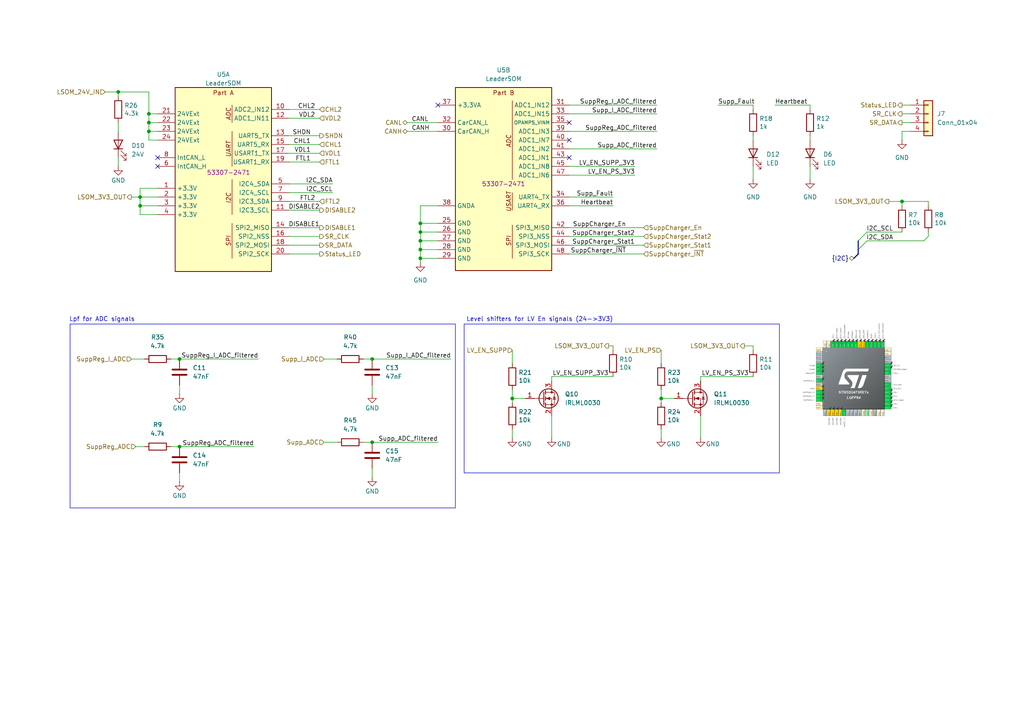
<source format=kicad_sch>
(kicad_sch (version 20250114) (generator "eeschema") (generator_version "9.0")
  (paper "A4")
  (lib_symbols
    (symbol "Connector_Generic:Conn_01x04" (pin_names (offset 1.016) (hide yes))
      (property "Reference" "J" (at 0 5.08 0))
      (property "Value" "Conn_01x04" (at 0 -7.62 0))
      (symbol "Conn_01x04_1_1"
        (rectangle (start -1.27 3.81) (end 1.27 -6.35) (stroke (width 0.254)) (fill (type background)))
        (rectangle (start -1.27 2.667) (end 0 2.413) (stroke (width 0.1524)))
        (rectangle (start -1.27 0.127) (end 0 -0.127) (stroke (width 0.1524)))
        (rectangle (start -1.27 -2.413) (end 0 -2.667) (stroke (width 0.1524)))
        (rectangle (start -1.27 -4.953) (end 0 -5.207) (stroke (width 0.1524)))
        (pin passive line (at -5.08 2.54 0) (length 3.81) (name "Pin_1") (number "1"))
        (pin passive line (at -5.08 0 0) (length 3.81) (name "Pin_2") (number "2"))
        (pin passive line (at -5.08 -2.54 0) (length 3.81) (name "Pin_3") (number "3"))
        (pin passive line (at -5.08 -5.08 0) (length 3.81) (name "Pin_4") (number "4"))
      )
    )
    (symbol "Device:C" (pin_numbers (hide yes)) (pin_names (offset 0.254))
      (property "Reference" "C" (at 0.635 2.54 0))
      (property "Value" "C" (at 0.635 -2.54 0))
      (symbol "C_0_1"
        (polyline (pts (xy -2.032 0.762) (xy 2.032 0.762)) (stroke (width 0.508)))
        (polyline (pts (xy -2.032 -0.762) (xy 2.032 -0.762)) (stroke (width 0.508)))
      )
      (symbol "C_1_1"
        (pin passive line (at 0 3.81 270) (length 2.794) (name "~") (number "1"))
        (pin passive line (at 0 -3.81 90) (length 2.794) (name "~") (number "2"))
      )
    )
    (symbol "Device:LED" (pin_numbers (hide yes)) (pin_names (offset 1.016) (hide yes))
      (property "Reference" "D" (at 0 2.54 0))
      (property "Value" "LED" (at 0 -2.54 0))
      (symbol "LED_0_1"
        (polyline (pts (xy -3.048 -0.762) (xy -4.572 -2.286) (xy -3.81 -2.286) (xy -4.572 -2.286) (xy -4.572 -1.524)))
        (polyline (pts (xy -1.778 -0.762) (xy -3.302 -2.286) (xy -2.54 -2.286) (xy -3.302 -2.286) (xy -3.302 -1.524)))
        (polyline (pts (xy -1.27 0) (xy 1.27 0)))
        (polyline (pts (xy -1.27 -1.27) (xy -1.27 1.27)) (stroke (width 0.254)))
        (polyline (pts (xy 1.27 -1.27) (xy 1.27 1.27) (xy -1.27 0) (xy 1.27 -1.27)) (stroke (width 0.254)))
      )
      (symbol "LED_1_1"
        (pin passive line (at -3.81 0 0) (length 2.54) (name "K") (number "1"))
        (pin passive line (at 3.81 0 180) (length 2.54) (name "A") (number "2"))
      )
    )
    (symbol "Device:R" (pin_numbers (hide yes)) (pin_names (offset 0))
      (property "Reference" "R" (at 2.032 0 90))
      (property "Value" "R" (at 0 0 90))
      (symbol "R_0_1"
        (rectangle (start -1.016 -2.54) (end 1.016 2.54) (stroke (width 0.254)))
      )
      (symbol "R_1_1"
        (pin passive line (at 0 3.81 270) (length 1.27) (name "~") (number "1"))
        (pin passive line (at 0 -3.81 90) (length 1.27) (name "~") (number "2"))
      )
    )
    (symbol "Transistor_FET:IRLML0030" (pin_names (offset 0) (hide yes))
      (property "Reference" "Q" (at 5.08 1.905 0))
      (property "Value" "IRLML0030" (at 5.08 0 0))
      (symbol "IRLML0030_0_1"
        (polyline (pts (xy 0.254 1.905) (xy 0.254 -1.905)) (stroke (width 0.254)))
        (polyline (pts (xy 0.254 0) (xy -2.54 0)))
        (polyline (pts (xy 0.762 2.286) (xy 0.762 1.27)) (stroke (width 0.254)))
        (polyline (pts (xy 0.762 0.508) (xy 0.762 -0.508)) (stroke (width 0.254)))
        (polyline (pts (xy 0.762 -1.27) (xy 0.762 -2.286)) (stroke (width 0.254)))
        (polyline (pts (xy 0.762 -1.778) (xy 3.302 -1.778) (xy 3.302 1.778) (xy 0.762 1.778)))
        (polyline (pts (xy 1.016 0) (xy 2.032 0.381) (xy 2.032 -0.381) (xy 1.016 0)) (fill (type outline)))
        (circle (center 1.651 0) (radius 2.794) (stroke (width 0.254)))
        (polyline (pts (xy 2.54 2.54) (xy 2.54 1.778)))
        (circle (center 2.54 1.778) (radius 0.254) (fill (type outline)))
        (circle (center 2.54 -1.778) (radius 0.254) (fill (type outline)))
        (polyline (pts (xy 2.54 -2.54) (xy 2.54 0) (xy 0.762 0)))
        (polyline (pts (xy 2.921 0.381) (xy 3.683 0.381)))
        (polyline (pts (xy 3.302 0.381) (xy 2.921 -0.254) (xy 3.683 -0.254) (xy 3.302 0.381)))
      )
      (symbol "IRLML0030_1_1"
        (pin input line (at -5.08 0 0) (length 2.54) (name "G") (number "1"))
        (pin passive line (at 2.54 5.08 270) (length 2.54) (name "D") (number "3"))
        (pin passive line (at 2.54 -5.08 90) (length 2.54) (name "S") (number "2"))
      )
    )
    (symbol "power:GND" (power) (pin_numbers (hide yes)) (pin_names (offset 0) (hide yes))
      (property "Value" "GND" (at 0 -3.81 0))
      (symbol "GND_0_1"
        (polyline (pts (xy 0 0) (xy 0 -1.27) (xy 1.27 -1.27) (xy 0 -2.54) (xy -1.27 -1.27) (xy 0 -1.27)))
      )
      (symbol "GND_1_1"
        (pin power_in line (at 0 0 270) (length 0) (name "~") (number "1"))
      )
    )
    (symbol "utsvt_connectors:LeaderSOMConnector"
      (property "Reference" "U" (at 0 30.734 0))
      (property "Value" "LeaderSOM" (at -0.254 28.448 0))
      (symbol "LeaderSOMConnector_1_1"
        (rectangle (start -13.97 26.67) (end 13.97 -26.67) (stroke (width 0.254)) (fill (type background)))
        (polyline (pts (xy 2.54 16.51) (xy 2.54 21.59)))
        (polyline (pts (xy 2.54 3.81) (xy 2.54 13.97)))
        (polyline (pts (xy 2.54 -10.16) (xy 2.54 0)))
        (polyline (pts (xy 2.54 -22.86) (xy 2.54 -12.7)))
        (text "Part A" (at 0 25.146 0) (effects (font (size 1.27 1.27))))
        (text "ADC" (at 1.524 19.05 900) (effects (font (size 1.27 1.27) (italic yes))))
        (text "UART" (at 1.524 8.89 900) (effects (font (size 1.27 1.27) (italic yes))))
        (text "I2C" (at 1.524 -5.334 900) (effects (font (size 1.27 1.27) (italic yes))))
        (text "SPI" (at 1.524 -17.78 900) (effects (font (size 1.27 1.27) (italic yes))))
        (pin input line (at -19.05 19.05 0) (length 5.08) (name "24VExt") (number "21"))
        (pin input line (at -19.05 16.51 0) (length 5.08) (name "24VExt") (number "22"))
        (pin input line (at -19.05 13.97 0) (length 5.08) (name "24VExt") (number "23"))
        (pin input line (at -19.05 11.43 0) (length 5.08) (name "24VExt") (number "24"))
        (pin input line (at -19.05 6.35 0) (length 5.08) (name "IntCAN_L") (number "8"))
        (pin input line (at -19.05 3.81 0) (length 5.08) (name "IntCAN_H") (number "6"))
        (pin output line (at -19.05 -2.54 0) (length 5.08) (name "+3.3V") (number "1"))
        (pin output line (at -19.05 -5.08 0) (length 5.08) (name "+3.3V") (number "2"))
        (pin output line (at -19.05 -7.62 0) (length 5.08) (name "+3.3V") (number "3"))
        (pin output line (at -19.05 -10.16 0) (length 5.08) (name "+3.3V") (number "4"))
        (pin no_connect line (at -19.05 -15.24 0) (length 5.08) (hide yes) (name "MNT") (number "49"))
        (pin no_connect line (at -19.05 -17.78 0) (length 5.08) (hide yes) (name "MNT") (number "50"))
        (pin no_connect line (at -19.05 -20.32 0) (length 5.08) (hide yes) (name "MNT") (number "51"))
        (pin no_connect line (at -19.05 -22.606 0) (length 5.08) (hide yes) (name "MNT") (number "52"))
        (pin input line (at 19.05 20.32 180) (length 5.08) (name "ADC2_IN12") (number "10"))
        (pin input line (at 19.05 17.78 180) (length 5.08) (name "ADC1_IN11") (number "12"))
        (pin bidirectional line (at 19.05 12.7 180) (length 5.08) (name "UART5_TX") (number "13"))
        (pin bidirectional line (at 19.05 10.16 180) (length 5.08) (name "UART5_RX") (number "15"))
        (pin bidirectional line (at 19.05 7.62 180) (length 5.08) (name "USART1_TX") (number "17"))
        (pin bidirectional line (at 19.05 5.08 180) (length 5.08) (name "USART1_RX") (number "19"))
        (pin bidirectional line (at 19.05 -1.27 180) (length 5.08) (name "I2C4_SDA") (number "5"))
        (pin input line (at 19.05 -3.81 180) (length 5.08) (name "I2C4_SCL") (number "7"))
        (pin bidirectional line (at 19.05 -6.35 180) (length 5.08) (name "I2C3_SDA") (number "9"))
        (pin input line (at 19.05 -8.89 180) (length 5.08) (name "I2C3_SCL") (number "11"))
        (pin input line (at 19.05 -13.97 180) (length 5.08) (name "SPI2_MISO") (number "14"))
        (pin output line (at 19.05 -16.51 180) (length 5.08) (name "SPI2_NSS") (number "16"))
        (pin output line (at 19.05 -19.05 180) (length 5.08) (name "SPI2_MOSI") (number "18"))
        (pin output line (at 19.05 -21.59 180) (length 5.08) (name "SPI2_SCK") (number "20"))
      )
      (symbol "LeaderSOMConnector_2_1"
        (rectangle (start -13.97 26.67) (end 13.97 -26.416) (stroke (width 0.254)) (fill (type background)))
        (polyline (pts (xy 2.54 0) (xy 2.54 22.86)))
        (polyline (pts (xy 2.54 -8.89) (xy 2.54 -3.81)))
        (polyline (pts (xy 2.54 -22.86) (xy 2.54 -13.208)))
        (text "Part B" (at 0 25.146 0) (effects (font (size 1.27 1.27))))
        (text "ADC" (at 1.524 11.176 900) (effects (font (size 1.27 1.27) (italic yes))))
        (text "USART" (at 1.524 -6.35 900) (effects (font (size 1.27 1.27) (italic yes))))
        (text "SPI" (at 1.524 -17.78 900) (effects (font (size 1.27 1.27) (italic yes))))
        (pin output line (at -19.05 21.59 0) (length 5.08) (name "+3.3VA") (number "37"))
        (pin input line (at -19.05 16.51 0) (length 5.08) (name "CarCAN_L") (number "32"))
        (pin input line (at -19.05 13.97 0) (length 5.08) (name "CarCAN_H") (number "30"))
        (pin input line (at -19.05 -7.62 0) (length 5.08) (name "GNDA") (number "38"))
        (pin input line (at -19.05 -12.7 0) (length 5.08) (name "GND") (number "25"))
        (pin input line (at -19.05 -15.24 0) (length 5.08) (name "GND") (number "26"))
        (pin input line (at -19.05 -17.78 0) (length 5.08) (name "GND") (number "27"))
        (pin input line (at -19.05 -20.32 0) (length 5.08) (name "GND") (number "28"))
        (pin input line (at -19.05 -22.86 0) (length 5.08) (name "GND") (number "29"))
        (pin input line (at 19.05 21.59 180) (length 5.08) (name "ADC1_IN12") (number "31"))
        (pin output line (at 19.05 19.05 180) (length 5.08) (name "ADC1_IN15") (number "33"))
        (pin output line (at 19.05 16.51 180) (length 5.08) (name "OPAMP5_VINM") (number "35"))
        (pin output line (at 19.05 13.97 180) (length 5.08) (name "ADC1_IN3") (number "39"))
        (pin input line (at 19.05 11.43 180) (length 5.08) (name "ADC1_IN7") (number "40"))
        (pin input line (at 19.05 8.89 180) (length 5.08) (name "ADC1_IN2") (number "41"))
        (pin input line (at 19.05 6.35 180) (length 5.08) (name "ADC1_IN1") (number "43"))
        (pin output line (at 19.05 3.81 180) (length 5.08) (name "ADC1_IN8") (number "45"))
        (pin output line (at 19.05 1.27 180) (length 5.08) (name "ADC1_IN6") (number "47"))
        (pin output line (at 19.05 -5.08 180) (length 5.08) (name "UART4_TX") (number "34"))
        (pin output line (at 19.05 -7.62 180) (length 5.08) (name "UART4_RX") (number "36"))
        (pin output line (at 19.05 -13.97 180) (length 5.08) (name "SPI3_MISO") (number "42"))
        (pin input line (at 19.05 -16.51 180) (length 5.08) (name "SPI3_NSS") (number "44"))
        (pin output line (at 19.05 -19.05 180) (length 5.08) (name "SPI3_MOSI") (number "46"))
        (pin output line (at 19.05 -21.59 180) (length 5.08) (name "SPI3_SCK") (number "48"))
      )
    )
  )
  (rectangle (start 134.62 93.98) (end 226.06 137.16))
  (rectangle (start 20.32 93.98) (end 132.08 147.32))
  (text "Lpf for ADC signals" (at 20.066 92.71 0) (effects (font (size 1.27 1.27)) (justify left)))
  (text "Level shifters for LV En signals (24->3V3)" (at 135.255 92.71 0) (effects (font (size 1.27 1.27)) (justify left)))
  (junction (at 191.77 115.57))
  (junction (at 148.59 115.57))
  (junction (at 121.92 72.39))
  (junction (at 121.92 74.93))
  (junction (at 34.29 26.67))
  (junction (at 121.92 64.77))
  (junction (at 107.95 128.27))
  (junction (at 52.07 129.54))
  (junction (at 43.18 38.1))
  (junction (at 40.64 57.15))
  (junction (at 261.62 58.42))
  (junction (at 121.92 69.85))
  (junction (at 52.07 104.14))
  (junction (at 121.92 67.31))
  (junction (at 107.95 104.14))
  (junction (at 43.18 33.02))
  (junction (at 43.18 35.56))
  (junction (at 40.64 59.69))
  (no_connect (at 45.72 48.26))
  (no_connect (at 45.72 45.72))
  (no_connect (at 165.1 35.56))
  (no_connect (at 127 30.48))
  (no_connect (at 165.1 45.72))
  (no_connect (at 165.1 40.64))
  (bus_entry (at 251.46 69.85) (size -2.54 2.54))
  (bus_entry (at 251.46 67.31) (size -2.54 2.54))
  (wire (pts (xy 121.92 59.69) (xy 121.92 64.77)))
  (wire (pts (xy 107.95 135.89) (xy 107.95 138.43)))
  (wire (pts (xy 165.1 38.1) (xy 190.5 38.1)))
  (wire (pts (xy 261.62 30.48) (xy 264.16 30.48)))
  (wire (pts (xy 40.64 62.23) (xy 45.72 62.23)))
  (wire (pts (xy 92.71 71.12) (xy 83.82 71.12)))
  (wire (pts (xy 83.82 39.37) (xy 92.71 39.37)))
  (wire (pts (xy 39.37 129.54) (xy 41.91 129.54)))
  (wire (pts (xy 40.64 54.61) (xy 45.72 54.61)))
  (wire (pts (xy 165.1 57.15) (xy 177.8 57.15)))
  (wire (pts (xy 165.1 50.8) (xy 184.15 50.8)))
  (wire (pts (xy 269.24 68.58) (xy 267.97 69.85)))
  (wire (pts (xy 83.82 55.88) (xy 96.52 55.88)))
  (wire (pts (xy 160.02 109.22) (xy 160.02 110.49)))
  (wire (pts (xy 218.44 39.37) (xy 218.44 40.64)))
  (wire (pts (xy 49.53 104.14) (xy 52.07 104.14)))
  (wire (pts (xy 34.29 45.72) (xy 34.29 48.26)))
  (wire (pts (xy 43.18 33.02) (xy 45.72 33.02)))
  (wire (pts (xy 105.41 104.14) (xy 107.95 104.14)))
  (wire (pts (xy 38.1 57.15) (xy 40.64 57.15)))
  (wire (pts (xy 234.95 48.26) (xy 234.95 52.07)))
  (wire (pts (xy 52.07 129.54) (xy 73.66 129.54)))
  (wire (pts (xy 43.18 33.02) (xy 43.18 35.56)))
  (wire (pts (xy 43.18 40.64) (xy 45.72 40.64)))
  (wire (pts (xy 165.1 59.69) (xy 177.8 59.69)))
  (wire (pts (xy 261.62 35.56) (xy 264.16 35.56)))
  (wire (pts (xy 191.77 113.03) (xy 191.77 115.57)))
  (wire (pts (xy 52.07 137.16) (xy 52.07 139.7)))
  (wire (pts (xy 43.18 35.56) (xy 45.72 35.56)))
  (wire (pts (xy 165.1 66.04) (xy 186.69 66.04)))
  (wire (pts (xy 83.82 31.75) (xy 92.71 31.75)))
  (wire (pts (xy 261.62 58.42) (xy 269.24 58.42)))
  (wire (pts (xy 43.18 38.1) (xy 45.72 38.1)))
  (wire (pts (xy 83.82 41.91) (xy 92.71 41.91)))
  (wire (pts (xy 269.24 67.31) (xy 269.24 68.58)))
  (wire (pts (xy 52.07 104.14) (xy 74.93 104.14)))
  (wire (pts (xy 40.64 57.15) (xy 45.72 57.15)))
  (wire (pts (xy 218.44 30.48) (xy 218.44 31.75)))
  (wire (pts (xy 92.71 68.58) (xy 83.82 68.58)))
  (wire (pts (xy 43.18 35.56) (xy 43.18 38.1)))
  (wire (pts (xy 43.18 38.1) (xy 43.18 40.64)))
  (wire (pts (xy 107.95 111.76) (xy 107.95 114.3)))
  (wire (pts (xy 234.95 30.48) (xy 234.95 31.75)))
  (wire (pts (xy 121.92 69.85) (xy 127 69.85)))
  (wire (pts (xy 191.77 115.57) (xy 191.77 116.84)))
  (wire (pts (xy 148.59 113.03) (xy 148.59 115.57)))
  (wire (pts (xy 215.9 100.33) (xy 218.44 100.33)))
  (wire (pts (xy 49.53 129.54) (xy 52.07 129.54)))
  (wire (pts (xy 127 64.77) (xy 121.92 64.77)))
  (wire (pts (xy 83.82 46.99) (xy 92.71 46.99)))
  (wire (pts (xy 165.1 48.26) (xy 184.15 48.26)))
  (wire (pts (xy 234.95 30.48) (xy 224.79 30.48)))
  (wire (pts (xy 40.64 57.15) (xy 40.64 59.69)))
  (wire (pts (xy 234.95 39.37) (xy 234.95 40.64)))
  (wire (pts (xy 40.64 59.69) (xy 40.64 62.23)))
  (wire (pts (xy 107.95 104.14) (xy 130.81 104.14)))
  (wire (pts (xy 191.77 101.6) (xy 191.77 105.41)))
  (wire (pts (xy 203.2 109.22) (xy 218.44 109.22)))
  (wire (pts (xy 191.77 124.46) (xy 191.77 127)))
  (wire (pts (xy 261.62 58.42) (xy 261.62 59.69)))
  (wire (pts (xy 83.82 53.34) (xy 96.52 53.34)))
  (wire (pts (xy 191.77 115.57) (xy 195.58 115.57)))
  (wire (pts (xy 93.98 104.14) (xy 97.79 104.14)))
  (wire (pts (xy 38.1 104.14) (xy 41.91 104.14)))
  (wire (pts (xy 34.29 26.67) (xy 43.18 26.67)))
  (wire (pts (xy 83.82 44.45) (xy 92.71 44.45)))
  (wire (pts (xy 43.18 26.67) (xy 43.18 33.02)))
  (wire (pts (xy 148.59 115.57) (xy 148.59 116.84)))
  (wire (pts (xy 121.92 72.39) (xy 127 72.39)))
  (wire (pts (xy 92.71 73.66) (xy 83.82 73.66)))
  (wire (pts (xy 160.02 109.22) (xy 177.8 109.22)))
  (wire (pts (xy 251.46 67.31) (xy 261.62 67.31)))
  (wire (pts (xy 121.92 74.93) (xy 121.92 76.2)))
  (wire (pts (xy 30.48 26.67) (xy 34.29 26.67)))
  (wire (pts (xy 107.95 128.27) (xy 127 128.27)))
  (wire (pts (xy 118.11 38.1) (xy 127 38.1)))
  (wire (pts (xy 165.1 30.48) (xy 190.5 30.48)))
  (wire (pts (xy 105.41 128.27) (xy 107.95 128.27)))
  (wire (pts (xy 83.82 34.29) (xy 92.71 34.29)))
  (wire (pts (xy 177.8 100.33) (xy 177.8 101.6)))
  (wire (pts (xy 203.2 109.22) (xy 203.2 110.49)))
  (wire (pts (xy 121.92 72.39) (xy 121.92 74.93)))
  (wire (pts (xy 121.92 67.31) (xy 127 67.31)))
  (wire (pts (xy 83.82 58.42) (xy 92.71 58.42)))
  (wire (pts (xy 121.92 67.31) (xy 121.92 69.85)))
  (wire (pts (xy 93.98 128.27) (xy 97.79 128.27)))
  (wire (pts (xy 218.44 100.33) (xy 218.44 101.6)))
  (wire (pts (xy 261.62 38.1) (xy 264.16 38.1)))
  (bus (pts (xy 247.65 74.93) (xy 248.92 73.66)))
  (wire (pts (xy 176.53 100.33) (xy 177.8 100.33)))
  (wire (pts (xy 269.24 58.42) (xy 269.24 59.69)))
  (wire (pts (xy 165.1 71.12) (xy 186.69 71.12)))
  (wire (pts (xy 251.46 69.85) (xy 267.97 69.85)))
  (wire (pts (xy 165.1 33.02) (xy 190.5 33.02)))
  (wire (pts (xy 148.59 101.6) (xy 148.59 105.41)))
  (wire (pts (xy 127 59.69) (xy 121.92 59.69)))
  (wire (pts (xy 165.1 43.18) (xy 190.5 43.18)))
  (wire (pts (xy 148.59 115.57) (xy 152.4 115.57)))
  (wire (pts (xy 83.82 60.96) (xy 92.71 60.96)))
  (wire (pts (xy 34.29 35.56) (xy 34.29 38.1)))
  (wire (pts (xy 92.71 66.04) (xy 83.82 66.04)))
  (wire (pts (xy 165.1 68.58) (xy 186.69 68.58)))
  (wire (pts (xy 257.81 58.42) (xy 261.62 58.42)))
  (wire (pts (xy 118.11 35.56) (xy 127 35.56)))
  (wire (pts (xy 121.92 64.77) (xy 121.92 67.31)))
  (wire (pts (xy 203.2 120.65) (xy 203.2 127)))
  (wire (pts (xy 160.02 120.65) (xy 160.02 127)))
  (wire (pts (xy 34.29 26.67) (xy 34.29 27.94)))
  (wire (pts (xy 218.44 48.26) (xy 218.44 52.07)))
  (wire (pts (xy 165.1 73.66) (xy 186.69 73.66)))
  (wire (pts (xy 261.62 38.1) (xy 261.62 40.64)))
  (wire (pts (xy 121.92 69.85) (xy 121.92 72.39)))
  (wire (pts (xy 40.64 59.69) (xy 45.72 59.69)))
  (wire (pts (xy 40.64 54.61) (xy 40.64 57.15)))
  (wire (pts (xy 218.44 30.48) (xy 208.28 30.48)))
  (bus (pts (xy 248.92 72.39) (xy 248.92 73.66)))
  (wire (pts (xy 148.59 124.46) (xy 148.59 127)))
  (wire (pts (xy 121.92 74.93) (xy 127 74.93)))
  (wire (pts (xy 52.07 111.76) (xy 52.07 114.3)))
  (bus (pts (xy 248.92 69.85) (xy 248.92 72.39)))
  (wire (pts (xy 261.62 33.02) (xy 264.16 33.02)))
  (image (at 248.92 109.22) (scale 0.291437))
  (label "DISABLE1" (at 92.71 66.04 180))
  (label "CHL2" (at 91.44 31.75 180))
  (label "SuppCharger_~{INT}" (at 181.61 73.66 180))
  (label "SHDN" (at 90.17 39.37 180))
  (label "CHL1" (at 90.17 41.91 180))
  (label "LV_EN_PS_3V3" (at 217.17 109.22 180))
  (label "SuppCharger_Stat2" (at 184.15 68.58 180))
  (label "LV_EN_PS_3V3" (at 184.15 50.8 180))
  (label "VDL2" (at 91.44 34.29 180))
  (label "FTL2" (at 91.44 58.42 180))
  (label "SuppReg_ADC_filtered" (at 73.66 129.54 180))
  (label "Supp_Fault" (at 177.8 57.15 180))
  (label "CANH" (at 119.38 38.1 0))
  (label "Heartbeat" (at 224.79 30.48 0))
  (label "LV_EN_SUPP_3V3" (at 184.15 48.26 180))
  (label "CANL" (at 119.38 35.56 0))
  (label "DISABLE2" (at 92.71 60.96 180))
  (label "FTL1" (at 90.17 46.99 180))
  (label "Supp_I_ADC_filtered" (at 130.81 104.14 180))
  (label "VDL1" (at 90.17 44.45 180))
  (label "Supp_ADC_filtered" (at 127 128.27 180))
  (label "SuppReg_ADC_filtered" (at 190.5 38.1 180))
  (label "Supp_ADC_filtered" (at 190.5 43.18 180))
  (label "SuppReg_I_ADC_filtered" (at 74.93 104.14 180))
  (label "SuppReg_I_ADC_filtered" (at 190.5 30.48 180))
  (label "SuppCharger_En" (at 181.61 66.04 180))
  (label "Heartbeat" (at 177.8 59.69 180))
  (label "I2C_SCL" (at 96.52 55.88 180))
  (label "I2C_SDA" (at 259.08 69.85 180))
  (label "Supp_Fault" (at 208.28 30.48 0))
  (label "Supp_I_ADC_filtered" (at 190.5 33.02 180))
  (label "I2C_SDA" (at 96.52 53.34 180))
  (label "I2C_SCL" (at 259.08 67.31 180))
  (label "LV_EN_SUPP_3V3" (at 176.53 109.22 180))
  (label "SuppCharger_Stat1" (at 184.15 71.12 180))
  (hierarchical_label "LSOM_3V3_OUT" (shape output) (at 38.1 57.15 180))
  (hierarchical_label "SuppCharger_Stat1" (shape input) (at 186.69 71.12 0))
  (hierarchical_label "Status_LED" (shape output) (at 261.62 30.48 180))
  (hierarchical_label "SHDN" (shape output) (at 92.71 39.37 0))
  (hierarchical_label "SuppCharger_~{INT}" (shape input) (at 186.69 73.66 0))
  (hierarchical_label "{I2C}" (shape bidirectional) (at 247.65 74.93 180))
  (hierarchical_label "SuppCharger_En" (shape input) (at 186.69 66.04 0))
  (hierarchical_label "DISABLE1" (shape output) (at 92.71 66.04 0))
  (hierarchical_label "CHL1" (shape input) (at 92.71 41.91 0))
  (hierarchical_label "SuppReg_ADC" (shape input) (at 39.37 129.54 180))
  (hierarchical_label "SuppReg_I_ADC" (shape input) (at 38.1 104.14 180))
  (hierarchical_label "SR_DATA" (shape output) (at 92.71 71.12 0))
  (hierarchical_label "Status_LED" (shape output) (at 92.71 73.66 0))
  (hierarchical_label "Supp_I_ADC" (shape input) (at 93.98 104.14 180))
  (hierarchical_label "VDL2" (shape input) (at 92.71 34.29 0))
  (hierarchical_label "LSOM_3V3_OUT" (shape output) (at 176.53 100.33 180))
  (hierarchical_label "DISABLE2" (shape output) (at 92.71 60.96 0))
  (hierarchical_label "SuppCharger_Stat2" (shape input) (at 186.69 68.58 0))
  (hierarchical_label "FTL1" (shape input) (at 92.71 46.99 0))
  (hierarchical_label "LSOM_3V3_OUT" (shape output) (at 215.9 100.33 180))
  (hierarchical_label "CANL" (shape bidirectional) (at 118.11 35.56 180))
  (hierarchical_label "SR_DATA" (shape output) (at 261.62 35.56 180))
  (hierarchical_label "CANH" (shape bidirectional) (at 118.11 38.1 180))
  (hierarchical_label "LV_EN_SUPP" (shape input) (at 148.59 101.6 180))
  (hierarchical_label "CHL2" (shape input) (at 92.71 31.75 0))
  (hierarchical_label "VDL1" (shape input) (at 92.71 44.45 0))
  (hierarchical_label "FTL2" (shape input) (at 92.71 58.42 0))
  (hierarchical_label "LSOM_3V3_OUT" (shape output) (at 257.81 58.42 180))
  (hierarchical_label "SR_CLK" (shape output) (at 261.62 33.02 180))
  (hierarchical_label "SR_CLK" (shape output) (at 92.71 68.58 0))
  (hierarchical_label "LSOM_24V_IN" (shape input) (at 30.48 26.67 180))
  (hierarchical_label "Supp_ADC" (shape input) (at 93.98 128.27 180))
  (hierarchical_label "LV_EN_PS" (shape input) (at 191.77 101.6 180))
  (symbol (lib_id "Device:C") (at 107.95 132.08 0) (unit 1)
    (property "Reference" "C15" (at 111.76 130.8099 0) (effects (justify left)))
    (property "Value" "47nF" (at 111.76 133.3499 0) (effects (justify left)))
    (property "Footprint" "Capacitor_SMD:C_0603_1608Metric_Pad1.08x0.95mm_HandSolder" (effects (hide yes)))
    (property "Datasheet" "https://www.mouser.com/ProductDetail/TAIYO-YUDEN/MSASU105SB5473KFNA01?qs=tlsG%2FOw5FFg6GGyCkMKLxw%3D%3D&srsltid=AfmBOooAMNVOg5cxuAvzZq0XU9_FlUD21Pg-hkrVxcAvY4Q3FihtJRTW" (effects (hide yes)))
    (property "Description" "Unpolarized capacitor" (effects (hide yes)))
    (property "P/N" "MSASU105SB5473KFNA01" (effects (hide yes)))
    (property "LSCC P/N" "C1622" (effects (hide yes)))
    (property "Assemble" "Y" (effects (hide yes)))
  )
  (symbol (lib_id "Device:C") (at 52.07 133.35 0) (unit 1)
    (property "Reference" "C14" (at 55.88 132.0799 0) (effects (justify left)))
    (property "Value" "47nF" (at 55.88 134.6199 0) (effects (justify left)))
    (property "Footprint" "Capacitor_SMD:C_0603_1608Metric_Pad1.08x0.95mm_HandSolder" (effects (hide yes)))
    (property "Datasheet" "https://www.mouser.com/ProductDetail/TAIYO-YUDEN/MSASU105SB5473KFNA01?qs=tlsG%2FOw5FFg6GGyCkMKLxw%3D%3D&srsltid=AfmBOooAMNVOg5cxuAvzZq0XU9_FlUD21Pg-hkrVxcAvY4Q3FihtJRTW" (effects (hide yes)))
    (property "Description" "Unpolarized capacitor" (effects (hide yes)))
    (property "P/N" "MSASU105SB5473KFNA01" (effects (hide yes)))
    (property "LSCC P/N" "C1622" (effects (hide yes)))
    (property "Assemble" "Y" (effects (hide yes)))
  )
  (symbol (lib_id "Device:R") (at 269.24 63.5 0) (unit 1)
    (property "Reference" "R8" (at 271.018 62.3316 0) (effects (justify left)))
    (property "Value" "10k" (at 271.018 64.643 0) (effects (justify left)))
    (property "Footprint" "Resistor_SMD:R_0603_1608Metric_Pad0.98x0.95mm_HandSolder" (effects (hide yes)))
    (property "Description" "Resistor" (effects (hide yes)))
    (property "P/N" "CRCW060310K0FKEI " (effects (hide yes)))
    (property "LSCC P/N" "C25804" (effects (hide yes)))
    (property "Assemble" "Y" (effects (hide yes)))
  )
  (symbol (lib_id "power:GND") (at 203.2 127 0) (unit 1)
    (property "Reference" "#PWR047" (effects (hide yes)))
    (property "Value" "GND" (at 206.756 128.778 0))
    (property "Description" "Power symbol creates a global label with name \"GND\" , ground" (effects (hide yes)))
  )
  (symbol (lib_id "Transistor_FET:IRLML0030") (at 200.66 115.57 0) (unit 1)
    (property "Reference" "Q11" (at 207.01 114.2999 0) (effects (justify left)))
    (property "Value" "IRLML0030" (at 207.01 116.8399 0) (effects (justify left)))
    (property "Footprint" "Package_TO_SOT_SMD:SOT-23" (effects (hide yes)))
    (property "Datasheet" "https://www.infineon.com/dgdl/irlml0030pbf.pdf?fileId=5546d462533600a401535664773825df" (effects (hide yes)))
    (property "Description" "5.3A Id, 30V Vds, 27mOhm Rds, N-Channel HEXFET Power MOSFET, SOT-23" (effects (hide yes)))
    (property "LSCC P/N" "C67272" (effects (hide yes)))
    (property "P/N" "IRLML0030" (effects (hide yes)))
    (property "Assemble" "Y" (effects (hide yes)))
  )
  (symbol (lib_id "Device:R") (at 148.59 120.65 0) (unit 1)
    (property "Reference" "R22" (at 150.368 119.4816 0) (effects (justify left)))
    (property "Value" "10k" (at 150.368 121.793 0) (effects (justify left)))
    (property "Footprint" "Resistor_SMD:R_0603_1608Metric_Pad0.98x0.95mm_HandSolder" (effects (hide yes)))
    (property "Description" "Resistor" (effects (hide yes)))
    (property "P/N" "CRCW060310K0FKEI " (effects (hide yes)))
    (property "LSCC P/N" "C25804" (effects (hide yes)))
    (property "Assemble" "Y" (effects (hide yes)))
  )
  (symbol (lib_id "utsvt_connectors:LeaderSOMConnector") (at 64.77 52.07 0) (unit 1)
    (property "Reference" "U5" (at 64.77 21.59 0))
    (property "Value" "LeaderSOM" (at 64.77 24.13 0))
    (property "Footprint" "UTSVT_Special:LeaderSOM" (effects (hide yes)))
    (property "Datasheet" "https://github.com/lhr-solar/LeaderSOMPCB" (effects (hide yes)))
    (property "Description" "Symbol for both board-to-board connectors from the LeaderSOM" (effects (hide yes)))
    (property "P/N" "53307-2471" (at 66.294 50.038 0))
    (property "Assemble" "N" (effects (hide yes)))
  )
  (symbol (lib_id "Device:R") (at 218.44 105.41 0) (unit 1)
    (property "Reference" "R11" (at 220.218 104.2416 0) (effects (justify left)))
    (property "Value" "10k" (at 220.218 106.553 0) (effects (justify left)))
    (property "Footprint" "Resistor_SMD:R_0603_1608Metric_Pad0.98x0.95mm_HandSolder" (effects (hide yes)))
    (property "Datasheet" "https://www.mouser.com/ProductDetail/Vishay/CRCW060310K0FKEI?qs=3qWEzBg5KnKofE%252B8acPBRA%3D%3D&srsltid=AfmBOoqKim6ih2rJJ1EIhwDCT-JirqUJIep-ZlqxnK3BQM3p3g1ka950" (effects (hide yes)))
    (property "Description" "Resistor" (effects (hide yes)))
    (property "P/N" "CRCW060310K0FKEI " (effects (hide yes)))
    (property "LSCC P/N" "C25804" (effects (hide yes)))
    (property "Assemble" "Y" (effects (hide yes)))
  )
  (symbol (lib_id "Device:R") (at 45.72 129.54 90) (unit 1)
    (property "Reference" "R9" (at 45.72 123.19 90))
    (property "Value" "4.7k" (at 45.72 125.73 90))
    (property "Footprint" "Resistor_SMD:R_0603_1608Metric_Pad0.98x0.95mm_HandSolder" (effects (hide yes)))
    (property "Datasheet" "https://www.mouser.com/ProductDetail/Vishay/CRCW06034K70FKEA?qs=4E3O%252BEEZcdLDG%2FSk4GmlWQ%3D%3D&srsltid=AfmBOoqcFOp_RyXq2yrOgJIYefuosjeBTcR7TE2c5E8zthdTaDTezlM7" (effects (hide yes)))
    (property "Description" "Resistor" (effects (hide yes)))
    (property "P/N" "CRCW06034K70FKEA" (effects (hide yes)))
    (property "LSCC P/N" "C23162" (effects (hide yes)))
    (property "Assemble" "Y" (effects (hide yes)))
  )
  (symbol (lib_id "utsvt_connectors:LeaderSOMConnector") (at 146.05 52.07 0) (unit 2)
    (property "Reference" "U5" (at 146.05 20.32 0))
    (property "Value" "LeaderSOM" (at 146.05 22.86 0))
    (property "Footprint" "UTSVT_Special:LeaderSOM" (effects (hide yes)))
    (property "Datasheet" "https://github.com/lhr-solar/LeaderSOMPCB" (effects (hide yes)))
    (property "Description" "Symbol for both board-to-board connectors from the LeaderSOM" (effects (hide yes)))
    (property "P/N" "53307-2471" (at 146.05 53.34 0))
    (property "Assemble" "N" (effects (hide yes)))
  )
  (symbol (lib_id "power:GND") (at 191.77 127 0) (unit 1)
    (property "Reference" "#PWR036" (effects (hide yes)))
    (property "Value" "GND" (at 195.326 128.778 0))
    (property "Description" "Power symbol creates a global label with name \"GND\" , ground" (effects (hide yes)))
  )
  (symbol (lib_id "power:GND") (at 121.92 76.2 0) (unit 1)
    (property "Reference" "#PWR025" (effects (hide yes)))
    (property "Value" "GND" (at 121.92 81.28 0))
    (property "Description" "Power symbol creates a global label with name \"GND\" , ground" (effects (hide yes)))
  )
  (symbol (lib_id "Device:R") (at 218.44 35.56 0) (unit 1)
    (property "Reference" "R18" (at 220.218 34.3916 0) (effects (justify left)))
    (property "Value" "1k" (at 220.218 36.703 0) (effects (justify left)))
    (property "Footprint" "Resistor_SMD:R_0603_1608Metric_Pad0.98x0.95mm_HandSolder" (effects (hide yes)))
    (property "Description" "Resistor" (effects (hide yes)))
    (property "P/N" "CRCW06031K00FKEI " (effects (hide yes)))
    (property "LSCC P/N" "C21190" (effects (hide yes)))
    (property "Assemble" "Y" (effects (hide yes)))
  )
  (symbol (lib_id "Connector_Generic:Conn_01x04") (at 269.24 33.02 0) (unit 1) (in_bom no)
    (property "Reference" "J7" (at 271.78 33.0199 0) (effects (justify left)))
    (property "Value" "Conn_01x04" (at 271.78 35.5599 0) (effects (justify left)))
    (property "Footprint" "Connector_PinHeader_2.54mm:PinHeader_1x04_P2.54mm_Vertical" (effects (hide yes)))
    (property "Description" "Generic connector, single row, 01x04, script generated (kicad-library-utils/schlib/autogen/connector/)" (effects (hide yes)))
    (property "Assemble" "N" (effects (hide yes)))
  )
  (symbol (lib_id "Device:C") (at 52.07 107.95 0) (unit 1)
    (property "Reference" "C11" (at 55.88 106.6799 0) (effects (justify left)))
    (property "Value" "47nF" (at 55.88 109.2199 0) (effects (justify left)))
    (property "Footprint" "Capacitor_SMD:C_0603_1608Metric_Pad1.08x0.95mm_HandSolder" (effects (hide yes)))
    (property "Datasheet" "https://www.mouser.com/ProductDetail/TAIYO-YUDEN/MSASU105SB5473KFNA01?qs=tlsG%2FOw5FFg6GGyCkMKLxw%3D%3D&srsltid=AfmBOooAMNVOg5cxuAvzZq0XU9_FlUD21Pg-hkrVxcAvY4Q3FihtJRTW" (effects (hide yes)))
    (property "Description" "Unpolarized capacitor" (effects (hide yes)))
    (property "P/N" "MSASU105SB5473KFNA01" (effects (hide yes)))
    (property "LSCC P/N" "C1622" (effects (hide yes)))
    (property "Assemble" "Y" (effects (hide yes)))
  )
  (symbol (lib_id "Device:R") (at 234.95 35.56 0) (unit 1)
    (property "Reference" "R12" (at 236.728 34.3916 0) (effects (justify left)))
    (property "Value" "1k" (at 236.728 36.703 0) (effects (justify left)))
    (property "Footprint" "Resistor_SMD:R_0603_1608Metric_Pad0.98x0.95mm_HandSolder" (effects (hide yes)))
    (property "Description" "Resistor" (effects (hide yes)))
    (property "P/N" "CRCW06031K00FKEI " (effects (hide yes)))
    (property "LSCC P/N" "C21190" (effects (hide yes)))
    (property "Assemble" "Y" (effects (hide yes)))
  )
  (symbol (lib_id "Device:C") (at 107.95 107.95 0) (unit 1)
    (property "Reference" "C13" (at 111.76 106.6799 0) (effects (justify left)))
    (property "Value" "47nF" (at 111.76 109.2199 0) (effects (justify left)))
    (property "Footprint" "Capacitor_SMD:C_0603_1608Metric_Pad1.08x0.95mm_HandSolder" (effects (hide yes)))
    (property "Datasheet" "https://www.mouser.com/ProductDetail/TAIYO-YUDEN/MSASU105SB5473KFNA01?qs=tlsG%2FOw5FFg6GGyCkMKLxw%3D%3D&srsltid=AfmBOooAMNVOg5cxuAvzZq0XU9_FlUD21Pg-hkrVxcAvY4Q3FihtJRTW" (effects (hide yes)))
    (property "Description" "Unpolarized capacitor" (effects (hide yes)))
    (property "P/N" "MSASU105SB5473KFNA01" (effects (hide yes)))
    (property "LSCC P/N" "C1622" (effects (hide yes)))
    (property "Assemble" "Y" (effects (hide yes)))
  )
  (symbol (lib_id "Device:R") (at 261.62 63.5 0) (unit 1)
    (property "Reference" "R7" (at 263.398 62.3316 0) (effects (justify left)))
    (property "Value" "10k" (at 263.398 64.643 0) (effects (justify left)))
    (property "Footprint" "Resistor_SMD:R_0603_1608Metric_Pad0.98x0.95mm_HandSolder" (effects (hide yes)))
    (property "Description" "Resistor" (effects (hide yes)))
    (property "P/N" "CRCW060310K0FKEI " (effects (hide yes)))
    (property "LSCC P/N" "C25804" (effects (hide yes)))
    (property "Assemble" "Y" (effects (hide yes)))
  )
  (symbol (lib_id "power:GND") (at 160.02 127 0) (unit 1)
    (property "Reference" "#PWR046" (effects (hide yes)))
    (property "Value" "GND" (at 163.576 128.778 0))
    (property "Description" "Power symbol creates a global label with name \"GND\" , ground" (effects (hide yes)))
  )
  (symbol (lib_id "Device:R") (at 101.6 104.14 90) (unit 1)
    (property "Reference" "R40" (at 101.6 97.79 90))
    (property "Value" "4.7k" (at 101.6 100.33 90))
    (property "Footprint" "Resistor_SMD:R_0603_1608Metric_Pad0.98x0.95mm_HandSolder" (effects (hide yes)))
    (property "Datasheet" "https://www.mouser.com/ProductDetail/Vishay/CRCW06034K70FKEA?qs=4E3O%252BEEZcdLDG%2FSk4GmlWQ%3D%3D&srsltid=AfmBOoqcFOp_RyXq2yrOgJIYefuosjeBTcR7TE2c5E8zthdTaDTezlM7" (effects (hide yes)))
    (property "Description" "Resistor" (effects (hide yes)))
    (property "P/N" "CRCW06034K70FKEA" (effects (hide yes)))
    (property "LSCC P/N" "C23162" (effects (hide yes)))
    (property "Assemble" "Y" (effects (hide yes)))
  )
  (symbol (lib_id "Device:R") (at 191.77 120.65 0) (unit 1)
    (property "Reference" "R24" (at 193.548 119.4816 0) (effects (justify left)))
    (property "Value" "10k" (at 193.548 121.793 0) (effects (justify left)))
    (property "Footprint" "Resistor_SMD:R_0603_1608Metric_Pad0.98x0.95mm_HandSolder" (effects (hide yes)))
    (property "Description" "Resistor" (effects (hide yes)))
    (property "P/N" "CRCW060310K0FKEI " (effects (hide yes)))
    (property "LSCC P/N" "C25804" (effects (hide yes)))
    (property "Assemble" "Y" (effects (hide yes)))
  )
  (symbol (lib_id "Device:LED") (at 34.29 41.91 90) (unit 1)
    (property "Reference" "D10" (at 38.1 42.2274 90) (effects (justify right)))
    (property "Value" "24V" (at 38.1 44.7674 90) (effects (justify right)))
    (property "Footprint" "LED_SMD:LED_0603_1608Metric_Pad1.05x0.95mm_HandSolder" (effects (hide yes)))
    (property "Description" "Light emitting diode" (effects (hide yes)))
    (property "Sim.Pins" "1=K 2=A" (effects (hide yes)))
    (property "P/N" "XL-1608UBC-06A" (effects (hide yes)))
    (property "LSCC P/N" "C7371904" (effects (hide yes)))
    (property "Assemble" "Y" (effects (hide yes)))
  )
  (symbol (lib_id "Device:R") (at 45.72 104.14 90) (unit 1)
    (property "Reference" "R35" (at 45.72 97.79 90))
    (property "Value" "4.7k" (at 45.72 100.33 90))
    (property "Footprint" "Resistor_SMD:R_0603_1608Metric_Pad0.98x0.95mm_HandSolder" (effects (hide yes)))
    (property "Datasheet" "https://www.mouser.com/ProductDetail/Vishay/CRCW06034K70FKEA?qs=4E3O%252BEEZcdLDG%2FSk4GmlWQ%3D%3D&srsltid=AfmBOoqcFOp_RyXq2yrOgJIYefuosjeBTcR7TE2c5E8zthdTaDTezlM7" (effects (hide yes)))
    (property "Description" "Resistor" (effects (hide yes)))
    (property "P/N" "CRCW06034K70FKEA" (effects (hide yes)))
    (property "LSCC P/N" "C23162" (effects (hide yes)))
    (property "Assemble" "Y" (effects (hide yes)))
  )
  (symbol (lib_id "Device:R") (at 101.6 128.27 90) (unit 1)
    (property "Reference" "R45" (at 101.6 121.92 90))
    (property "Value" "4.7k" (at 101.6 124.46 90))
    (property "Footprint" "Resistor_SMD:R_0603_1608Metric_Pad0.98x0.95mm_HandSolder" (effects (hide yes)))
    (property "Datasheet" "https://www.mouser.com/ProductDetail/Vishay/CRCW06034K70FKEA?qs=4E3O%252BEEZcdLDG%2FSk4GmlWQ%3D%3D&srsltid=AfmBOoqcFOp_RyXq2yrOgJIYefuosjeBTcR7TE2c5E8zthdTaDTezlM7" (effects (hide yes)))
    (property "Description" "Resistor" (effects (hide yes)))
    (property "P/N" "CRCW06034K70FKEA" (effects (hide yes)))
    (property "LSCC P/N" "C23162" (effects (hide yes)))
    (property "Assemble" "Y" (effects (hide yes)))
  )
  (symbol (lib_id "Device:R") (at 177.8 105.41 0) (unit 1)
    (property "Reference" "R10" (at 179.578 104.2416 0) (effects (justify left)))
    (property "Value" "10k" (at 179.578 106.553 0) (effects (justify left)))
    (property "Footprint" "Resistor_SMD:R_0603_1608Metric_Pad0.98x0.95mm_HandSolder" (effects (hide yes)))
    (property "Datasheet" "https://www.mouser.com/ProductDetail/Vishay/CRCW060310K0FKEI?qs=3qWEzBg5KnKofE%252B8acPBRA%3D%3D&srsltid=AfmBOoqKim6ih2rJJ1EIhwDCT-JirqUJIep-ZlqxnK3BQM3p3g1ka950" (effects (hide yes)))
    (property "Description" "Resistor" (effects (hide yes)))
    (property "P/N" "CRCW060310K0FKEI " (effects (hide yes)))
    (property "LSCC P/N" "C25804" (effects (hide yes)))
    (property "Assemble" "Y" (effects (hide yes)))
  )
  (symbol (lib_id "Device:R") (at 148.59 109.22 0) (unit 1)
    (property "Reference" "R21" (at 150.368 108.0516 0) (effects (justify left)))
    (property "Value" "10k" (at 150.368 110.363 0) (effects (justify left)))
    (property "Footprint" "Resistor_SMD:R_0603_1608Metric_Pad0.98x0.95mm_HandSolder" (effects (hide yes)))
    (property "Description" "Resistor" (effects (hide yes)))
    (property "P/N" "CRCW060310K0FKEI " (effects (hide yes)))
    (property "LSCC P/N" "C25804" (effects (hide yes)))
    (property "Assemble" "Y" (effects (hide yes)))
  )
  (symbol (lib_id "power:GND") (at 148.59 127 0) (unit 1)
    (property "Reference" "#PWR042" (effects (hide yes)))
    (property "Value" "GND" (at 152.146 128.778 0))
    (property "Description" "Power symbol creates a global label with name \"GND\" , ground" (effects (hide yes)))
  )
  (symbol (lib_id "power:GND") (at 52.07 139.7 0) (unit 1)
    (property "Reference" "#PWR064" (effects (hide yes)))
    (property "Value" "GND" (at 52.07 143.764 0))
    (property "Description" "Power symbol creates a global label with name \"GND\" , ground" (effects (hide yes)))
  )
  (symbol (lib_id "power:GND") (at 107.95 114.3 0) (unit 1)
    (property "Reference" "#PWR063" (effects (hide yes)))
    (property "Value" "GND" (at 107.95 118.364 0))
    (property "Description" "Power symbol creates a global label with name \"GND\" , ground" (effects (hide yes)))
  )
  (symbol (lib_id "Device:R") (at 34.29 31.75 0) (unit 1)
    (property "Reference" "R26" (at 36.068 30.5816 0) (effects (justify left)))
    (property "Value" "4.3k" (at 36.068 32.893 0) (effects (justify left)))
    (property "Footprint" "Resistor_SMD:R_0603_1608Metric_Pad0.98x0.95mm_HandSolder" (effects (hide yes)))
    (property "Description" "Resistor" (effects (hide yes)))
    (property "P/N" "CRCW06034K30FKTA " (effects (hide yes)))
    (property "LSCC P/N" "C23162" (effects (hide yes)))
    (property "Assemble" "Y" (effects (hide yes)))
  )
  (symbol (lib_id "Transistor_FET:IRLML0030") (at 157.48 115.57 0) (unit 1)
    (property "Reference" "Q10" (at 163.83 114.2999 0) (effects (justify left)))
    (property "Value" "IRLML0030" (at 163.83 116.8399 0) (effects (justify left)))
    (property "Footprint" "Package_TO_SOT_SMD:SOT-23" (effects (hide yes)))
    (property "Datasheet" "https://www.infineon.com/dgdl/irlml0030pbf.pdf?fileId=5546d462533600a401535664773825df" (effects (hide yes)))
    (property "Description" "5.3A Id, 30V Vds, 27mOhm Rds, N-Channel HEXFET Power MOSFET, SOT-23" (effects (hide yes)))
    (property "LSCC P/N" "C67272" (effects (hide yes)))
    (property "P/N" "IRLML0030" (effects (hide yes)))
    (property "Assemble" "Y" (effects (hide yes)))
  )
  (symbol (lib_id "power:GND") (at 218.44 52.07 0) (unit 1)
    (property "Reference" "#PWR024" (effects (hide yes)))
    (property "Value" "GND" (at 218.44 57.15 0))
    (property "Description" "Power symbol creates a global label with name \"GND\" , ground" (effects (hide yes)))
  )
  (symbol (lib_id "Device:LED") (at 218.44 44.45 90) (unit 1)
    (property "Reference" "D12" (at 222.25 44.7674 90) (effects (justify right)))
    (property "Value" "LED" (at 222.25 47.3074 90) (effects (justify right)))
    (property "Footprint" "LED_SMD:LED_0603_1608Metric_Pad1.05x0.95mm_HandSolder" (effects (hide yes)))
    (property "Description" "Light emitting diode" (effects (hide yes)))
    (property "P/N" "XL-1608UBC-06A" (effects (hide yes)))
    (property "Sim.Pins" "1=K 2=A" (effects (hide yes)))
    (property "LSCC P/N" "C7371904" (effects (hide yes)))
    (property "Assemble" "Y" (effects (hide yes)))
  )
  (symbol (lib_id "Device:LED") (at 234.95 44.45 90) (unit 1)
    (property "Reference" "D6" (at 238.76 44.7674 90) (effects (justify right)))
    (property "Value" "LED" (at 238.76 47.3074 90) (effects (justify right)))
    (property "Footprint" "LED_SMD:LED_0603_1608Metric_Pad1.05x0.95mm_HandSolder" (effects (hide yes)))
    (property "Description" "Light emitting diode" (effects (hide yes)))
    (property "P/N" "XL-1608UBC-06A" (effects (hide yes)))
    (property "Sim.Pins" "1=K 2=A" (effects (hide yes)))
    (property "LSCC P/N" "C7371904" (effects (hide yes)))
    (property "Assemble" "Y" (effects (hide yes)))
  )
  (symbol (lib_id "power:GND") (at 261.62 40.64 0) (unit 1)
    (property "Reference" "#PWR028" (effects (hide yes)))
    (property "Value" "GND" (at 261.62 45.72 0))
    (property "Description" "Power symbol creates a global label with name \"GND\" , ground" (effects (hide yes)))
  )
  (symbol (lib_id "power:GND") (at 234.95 52.07 0) (unit 1)
    (property "Reference" "#PWR020" (effects (hide yes)))
    (property "Value" "GND" (at 234.95 57.15 0))
    (property "Description" "Power symbol creates a global label with name \"GND\" , ground" (effects (hide yes)))
  )
  (symbol (lib_id "power:GND") (at 52.07 114.3 0) (unit 1)
    (property "Reference" "#PWR062" (effects (hide yes)))
    (property "Value" "GND" (at 52.07 118.364 0))
    (property "Description" "Power symbol creates a global label with name \"GND\" , ground" (effects (hide yes)))
  )
  (symbol (lib_id "power:GND") (at 34.29 48.26 0) (unit 1)
    (property "Reference" "#PWR088" (effects (hide yes)))
    (property "Value" "GND" (at 34.29 52.324 0))
    (property "Description" "Power symbol creates a global label with name \"GND\" , ground" (effects (hide yes)))
  )
  (symbol (lib_id "Device:R") (at 191.77 109.22 0) (unit 1)
    (property "Reference" "R23" (at 193.548 108.0516 0) (effects (justify left)))
    (property "Value" "10k" (at 193.548 110.363 0) (effects (justify left)))
    (property "Footprint" "Resistor_SMD:R_0603_1608Metric_Pad0.98x0.95mm_HandSolder" (effects (hide yes)))
    (property "Description" "Resistor" (effects (hide yes)))
    (property "P/N" "CRCW060310K0FKEI " (effects (hide yes)))
    (property "LSCC P/N" "C25804" (effects (hide yes)))
    (property "Assemble" "Y" (effects (hide yes)))
  )
  (symbol (lib_id "power:GND") (at 107.95 138.43 0) (unit 1)
    (property "Reference" "#PWR065" (effects (hide yes)))
    (property "Value" "GND" (at 107.95 142.494 0))
    (property "Description" "Power symbol creates a global label with name \"GND\" , ground" (effects (hide yes)))
  )
)
</source>
